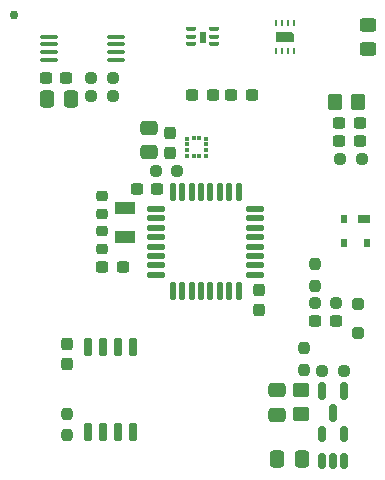
<source format=gbr>
G04 #@! TF.GenerationSoftware,KiCad,Pcbnew,8.0.0*
G04 #@! TF.CreationDate,2024-03-21T15:50:23+02:00*
G04 #@! TF.ProjectId,iot-risk-logger-stm32l4,696f742d-7269-4736-9b2d-6c6f67676572,1.0.0*
G04 #@! TF.SameCoordinates,Original*
G04 #@! TF.FileFunction,Paste,Top*
G04 #@! TF.FilePolarity,Positive*
%FSLAX46Y46*%
G04 Gerber Fmt 4.6, Leading zero omitted, Abs format (unit mm)*
G04 Created by KiCad (PCBNEW 8.0.0) date 2024-03-21 15:50:23*
%MOMM*%
%LPD*%
G01*
G04 APERTURE LIST*
G04 Aperture macros list*
%AMRoundRect*
0 Rectangle with rounded corners*
0 $1 Rounding radius*
0 $2 $3 $4 $5 $6 $7 $8 $9 X,Y pos of 4 corners*
0 Add a 4 corners polygon primitive as box body*
4,1,4,$2,$3,$4,$5,$6,$7,$8,$9,$2,$3,0*
0 Add four circle primitives for the rounded corners*
1,1,$1+$1,$2,$3*
1,1,$1+$1,$4,$5*
1,1,$1+$1,$6,$7*
1,1,$1+$1,$8,$9*
0 Add four rect primitives between the rounded corners*
20,1,$1+$1,$2,$3,$4,$5,0*
20,1,$1+$1,$4,$5,$6,$7,0*
20,1,$1+$1,$6,$7,$8,$9,0*
20,1,$1+$1,$8,$9,$2,$3,0*%
%AMFreePoly0*
4,1,6,0.450000,-0.800000,-0.450000,-0.800000,-0.450000,0.530000,-0.180000,0.800000,0.450000,0.800000,0.450000,-0.800000,0.450000,-0.800000,$1*%
G04 Aperture macros list end*
%ADD10C,0.010000*%
%ADD11RoundRect,0.150000X-0.150000X0.587500X-0.150000X-0.587500X0.150000X-0.587500X0.150000X0.587500X0*%
%ADD12RoundRect,0.237500X0.250000X0.237500X-0.250000X0.237500X-0.250000X-0.237500X0.250000X-0.237500X0*%
%ADD13RoundRect,0.225000X-0.250000X0.225000X-0.250000X-0.225000X0.250000X-0.225000X0.250000X0.225000X0*%
%ADD14RoundRect,0.237500X0.300000X0.237500X-0.300000X0.237500X-0.300000X-0.237500X0.300000X-0.237500X0*%
%ADD15RoundRect,0.237500X0.237500X-0.250000X0.237500X0.250000X-0.237500X0.250000X-0.237500X-0.250000X0*%
%ADD16RoundRect,0.237500X-0.300000X-0.237500X0.300000X-0.237500X0.300000X0.237500X-0.300000X0.237500X0*%
%ADD17RoundRect,0.250000X-0.450000X0.325000X-0.450000X-0.325000X0.450000X-0.325000X0.450000X0.325000X0*%
%ADD18RoundRect,0.237500X-0.250000X-0.237500X0.250000X-0.237500X0.250000X0.237500X-0.250000X0.237500X0*%
%ADD19FreePoly0,270.000000*%
%ADD20R,0.250000X0.550000*%
%ADD21RoundRect,0.150000X0.150000X-0.512500X0.150000X0.512500X-0.150000X0.512500X-0.150000X-0.512500X0*%
%ADD22RoundRect,0.250000X0.450000X-0.350000X0.450000X0.350000X-0.450000X0.350000X-0.450000X-0.350000X0*%
%ADD23RoundRect,0.237500X0.237500X-0.300000X0.237500X0.300000X-0.237500X0.300000X-0.237500X-0.300000X0*%
%ADD24R,1.000000X0.700000*%
%ADD25R,0.600000X0.700000*%
%ADD26RoundRect,0.250000X0.250000X-0.250000X0.250000X0.250000X-0.250000X0.250000X-0.250000X-0.250000X0*%
%ADD27RoundRect,0.250000X-0.350000X-0.450000X0.350000X-0.450000X0.350000X0.450000X-0.350000X0.450000X0*%
%ADD28RoundRect,0.237500X-0.237500X0.300000X-0.237500X-0.300000X0.237500X-0.300000X0.237500X0.300000X0*%
%ADD29C,0.762000*%
%ADD30RoundRect,0.008100X0.361900X0.126900X-0.361900X0.126900X-0.361900X-0.126900X0.361900X-0.126900X0*%
%ADD31R,0.375000X0.350000*%
%ADD32R,0.350000X0.375000*%
%ADD33RoundRect,0.225000X0.250000X-0.225000X0.250000X0.225000X-0.250000X0.225000X-0.250000X-0.225000X0*%
%ADD34RoundRect,0.125000X-0.625000X-0.125000X0.625000X-0.125000X0.625000X0.125000X-0.625000X0.125000X0*%
%ADD35RoundRect,0.125000X-0.125000X-0.625000X0.125000X-0.625000X0.125000X0.625000X-0.125000X0.625000X0*%
%ADD36RoundRect,0.250000X0.337500X0.475000X-0.337500X0.475000X-0.337500X-0.475000X0.337500X-0.475000X0*%
%ADD37R,1.800000X1.000000*%
%ADD38RoundRect,0.100000X-0.637500X-0.100000X0.637500X-0.100000X0.637500X0.100000X-0.637500X0.100000X0*%
%ADD39RoundRect,0.150000X0.150000X-0.650000X0.150000X0.650000X-0.150000X0.650000X-0.150000X-0.650000X0*%
%ADD40RoundRect,0.250000X-0.475000X0.337500X-0.475000X-0.337500X0.475000X-0.337500X0.475000X0.337500X0*%
%ADD41RoundRect,0.250000X0.475000X-0.337500X0.475000X0.337500X-0.475000X0.337500X-0.475000X-0.337500X0*%
G04 APERTURE END LIST*
D10*
G04 #@! TO.C,U2*
X63089422Y-27007432D02*
X62669422Y-27007432D01*
X62669422Y-26147432D01*
X63089422Y-26147432D01*
X63089422Y-27007432D01*
G36*
X63089422Y-27007432D02*
G01*
X62669422Y-27007432D01*
X62669422Y-26147432D01*
X63089422Y-26147432D01*
X63089422Y-27007432D01*
G37*
G04 #@! TD*
D11*
G04 #@! TO.C,Q1*
X74864422Y-56595932D03*
X72964422Y-56595932D03*
X73914422Y-58470932D03*
G04 #@! TD*
D12*
G04 #@! TO.C,R7*
X74191922Y-49151432D03*
X72366922Y-49151432D03*
G04 #@! TD*
D13*
G04 #@! TO.C,C16*
X54347022Y-43017032D03*
X54347022Y-44567032D03*
G04 #@! TD*
D14*
G04 #@! TO.C,C4*
X67029922Y-31498432D03*
X65304922Y-31498432D03*
G04 #@! TD*
G04 #@! TO.C,C11*
X56107922Y-46052632D03*
X54382922Y-46052632D03*
G04 #@! TD*
D15*
G04 #@! TO.C,R9*
X71501422Y-54762932D03*
X71501422Y-52937932D03*
G04 #@! TD*
D16*
G04 #@! TO.C,C15*
X74448922Y-35435432D03*
X76173922Y-35435432D03*
G04 #@! TD*
D17*
G04 #@! TO.C,D2*
X76879422Y-25552432D03*
X76879422Y-27602432D03*
G04 #@! TD*
D18*
G04 #@! TO.C,R1*
X74525922Y-36959432D03*
X76350922Y-36959432D03*
G04 #@! TD*
D19*
G04 #@! TO.C,U3*
X69879422Y-26577432D03*
D20*
X70629422Y-25402432D03*
X70129422Y-25402432D03*
X69629422Y-25402432D03*
X69129422Y-25402432D03*
X69129422Y-27752432D03*
X69629422Y-27752432D03*
X70129422Y-27752432D03*
X70629422Y-27752432D03*
G04 #@! TD*
D21*
G04 #@! TO.C,U5*
X72964422Y-62480932D03*
X73914422Y-62480932D03*
X74864422Y-62480932D03*
X74864422Y-60205932D03*
X72964422Y-60205932D03*
G04 #@! TD*
D22*
G04 #@! TO.C,FB1*
X71247422Y-58533432D03*
X71247422Y-56533432D03*
G04 #@! TD*
D23*
G04 #@! TO.C,C6*
X60087422Y-36424932D03*
X60087422Y-34699932D03*
G04 #@! TD*
D24*
G04 #@! TO.C,D3*
X76569422Y-42055432D03*
D25*
X74869422Y-42055432D03*
X74869422Y-44055432D03*
X76769422Y-44055432D03*
G04 #@! TD*
D15*
G04 #@! TO.C,R2*
X72390422Y-47650932D03*
X72390422Y-45825932D03*
G04 #@! TD*
D26*
G04 #@! TO.C,D1*
X76073422Y-51671432D03*
X76073422Y-49171432D03*
G04 #@! TD*
D15*
G04 #@! TO.C,R6*
X51372422Y-60314932D03*
X51372422Y-58489932D03*
G04 #@! TD*
D27*
G04 #@! TO.C,R3*
X74057422Y-32133432D03*
X76057422Y-32133432D03*
G04 #@! TD*
D28*
G04 #@! TO.C,C14*
X67631222Y-48034932D03*
X67631222Y-49759932D03*
G04 #@! TD*
D29*
G04 #@! TO.C,AE1*
X46879422Y-24783432D03*
G04 #@! TD*
D28*
G04 #@! TO.C,C9*
X51435422Y-52606932D03*
X51435422Y-54331932D03*
G04 #@! TD*
D30*
G04 #@! TO.C,U2*
X63874422Y-27227432D03*
X63874422Y-26577432D03*
X63874422Y-25927432D03*
X61884422Y-25927432D03*
X61884422Y-26577432D03*
X61884422Y-27227432D03*
G04 #@! TD*
D31*
G04 #@! TO.C,U4*
X63119922Y-36699832D03*
X63119922Y-36199832D03*
X63119922Y-35699832D03*
X63119922Y-35199832D03*
D32*
X62607422Y-35187332D03*
X62107422Y-35187332D03*
D31*
X61594922Y-35199832D03*
X61594922Y-35699832D03*
X61594922Y-36199832D03*
X61594922Y-36699832D03*
D32*
X62107422Y-36712332D03*
X62607422Y-36712332D03*
G04 #@! TD*
D33*
G04 #@! TO.C,C17*
X54331022Y-41601632D03*
X54331022Y-40051632D03*
G04 #@! TD*
D34*
G04 #@! TO.C,U7*
X58960422Y-41144432D03*
X58960422Y-41944432D03*
X58960422Y-42744432D03*
X58960422Y-43544432D03*
X58960422Y-44344432D03*
X58960422Y-45144432D03*
X58960422Y-45944432D03*
X58960422Y-46744432D03*
D35*
X60335422Y-48119432D03*
X61135422Y-48119432D03*
X61935422Y-48119432D03*
X62735422Y-48119432D03*
X63535422Y-48119432D03*
X64335422Y-48119432D03*
X65135422Y-48119432D03*
X65935422Y-48119432D03*
D34*
X67310422Y-46744432D03*
X67310422Y-45944432D03*
X67310422Y-45144432D03*
X67310422Y-44344432D03*
X67310422Y-43544432D03*
X67310422Y-42744432D03*
X67310422Y-41944432D03*
X67310422Y-41144432D03*
D35*
X65935422Y-39769432D03*
X65135422Y-39769432D03*
X64335422Y-39769432D03*
X63535422Y-39769432D03*
X62735422Y-39769432D03*
X61935422Y-39769432D03*
X61135422Y-39769432D03*
X60335422Y-39769432D03*
G04 #@! TD*
D36*
G04 #@! TO.C,C1*
X51740222Y-31828632D03*
X49665222Y-31828632D03*
G04 #@! TD*
D18*
G04 #@! TO.C,R5*
X53443922Y-31574632D03*
X55268922Y-31574632D03*
G04 #@! TD*
D37*
G04 #@! TO.C,Y1*
X56277422Y-41043432D03*
X56277422Y-43543432D03*
G04 #@! TD*
D38*
G04 #@! TO.C,U1*
X49842922Y-26586432D03*
X49842922Y-27236432D03*
X49842922Y-27886432D03*
X49842922Y-28536432D03*
X55567922Y-28536432D03*
X55567922Y-27886432D03*
X55567922Y-27236432D03*
X55567922Y-26586432D03*
G04 #@! TD*
D39*
G04 #@! TO.C,U6*
X53150422Y-60081432D03*
X54420422Y-60081432D03*
X55690422Y-60081432D03*
X56960422Y-60081432D03*
X56960422Y-52881432D03*
X55690422Y-52881432D03*
X54420422Y-52881432D03*
X53150422Y-52881432D03*
G04 #@! TD*
D12*
G04 #@! TO.C,R8*
X74826922Y-54866432D03*
X73001922Y-54866432D03*
G04 #@! TD*
D16*
G04 #@! TO.C,C13*
X57319922Y-39448632D03*
X59044922Y-39448632D03*
G04 #@! TD*
D14*
G04 #@! TO.C,C2*
X51332722Y-30101432D03*
X49607722Y-30101432D03*
G04 #@! TD*
D40*
G04 #@! TO.C,C7*
X69215422Y-56495932D03*
X69215422Y-58570932D03*
G04 #@! TD*
D14*
G04 #@! TO.C,C3*
X63727922Y-31498432D03*
X62002922Y-31498432D03*
G04 #@! TD*
G04 #@! TO.C,C10*
X74141922Y-50675432D03*
X72416922Y-50675432D03*
G04 #@! TD*
D16*
G04 #@! TO.C,C18*
X74448922Y-33911432D03*
X76173922Y-33911432D03*
G04 #@! TD*
D18*
G04 #@! TO.C,R10*
X58920922Y-37975432D03*
X60745922Y-37975432D03*
G04 #@! TD*
G04 #@! TO.C,R4*
X53443922Y-30101432D03*
X55268922Y-30101432D03*
G04 #@! TD*
D41*
G04 #@! TO.C,C5*
X58309422Y-36345932D03*
X58309422Y-34270932D03*
G04 #@! TD*
D36*
G04 #@! TO.C,C8*
X71268922Y-62359432D03*
X69193922Y-62359432D03*
G04 #@! TD*
M02*

</source>
